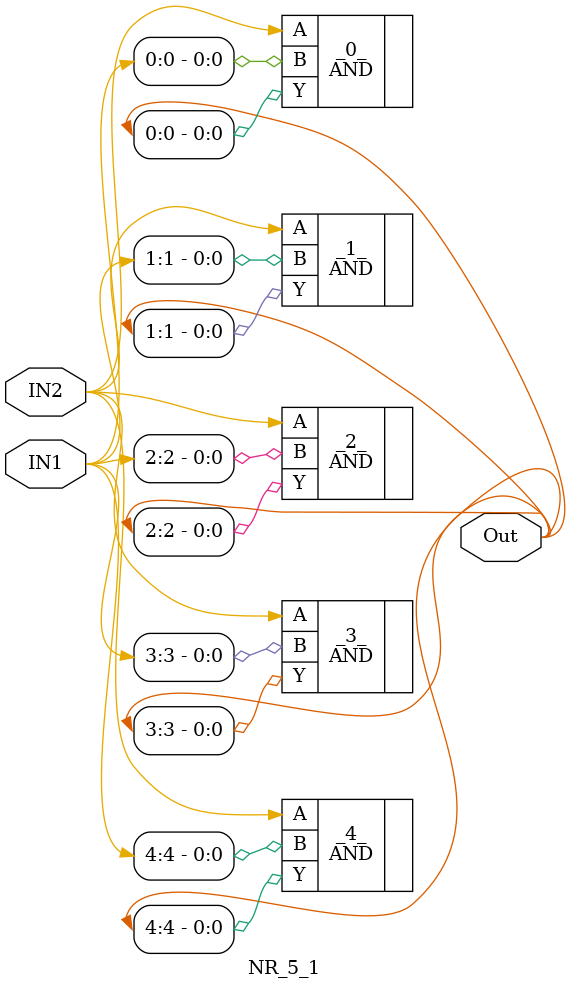
<source format=v>
/* Generated by Yosys 0.45+139 (git sha1 8e1e2b9a3, g++ 12.2.0-14 -fPIC -O3) */

module NR_5_1(IN1, IN2, Out);
  input [4:0] IN1;
  wire [4:0] IN1;
  input IN2;
  wire IN2;
  output [4:0] Out;
  wire [4:0] Out;
  AND _0_ (
    .A(IN2),
    .B(IN1[0]),
    .Y(Out[0])
  );
  AND _1_ (
    .A(IN2),
    .B(IN1[1]),
    .Y(Out[1])
  );
  AND _2_ (
    .A(IN2),
    .B(IN1[2]),
    .Y(Out[2])
  );
  AND _3_ (
    .A(IN2),
    .B(IN1[3]),
    .Y(Out[3])
  );
  AND _4_ (
    .A(IN2),
    .B(IN1[4]),
    .Y(Out[4])
  );
endmodule

</source>
